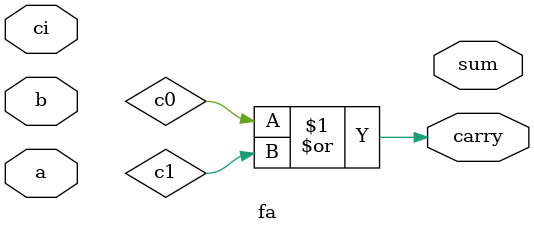
<source format=v>
module ha(
  input a,
  input b,
  output reg s,
  output reg co
);
  assign s= a^b;
  assign co=a&b;
endmodule

module fa(
  input a,
  input b,
  input ci,
  output sum,
  output carry
);
  wire s1;
  wire c0;
  wire c1;
  ha g1(.a(a),.b(b),.s1(s),.c0(co));
  ha g2(.s1(a),.ci(b),.sum(s1));
  assign carry=c0|c1;
endmodule

</source>
